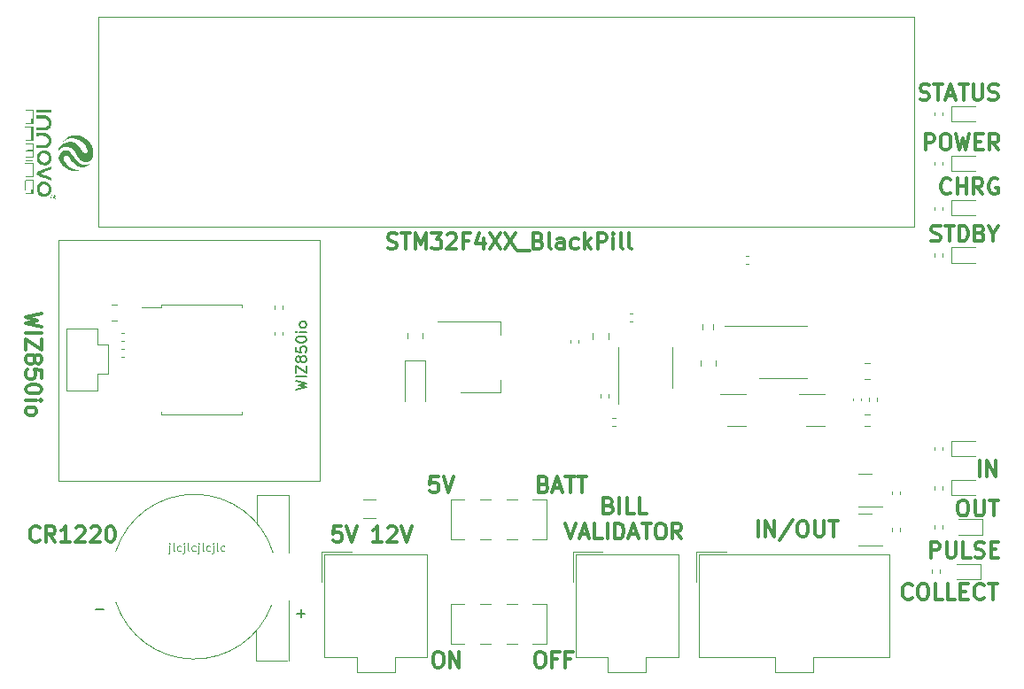
<source format=gbr>
%TF.GenerationSoftware,KiCad,Pcbnew,6.0.8-f2edbf62ab~116~ubuntu20.04.1*%
%TF.CreationDate,2022-10-28T14:46:09-03:00*%
%TF.ProjectId,+puntosV2,2b70756e-746f-4735-9632-2e6b69636164,rev?*%
%TF.SameCoordinates,Original*%
%TF.FileFunction,Legend,Top*%
%TF.FilePolarity,Positive*%
%FSLAX46Y46*%
G04 Gerber Fmt 4.6, Leading zero omitted, Abs format (unit mm)*
G04 Created by KiCad (PCBNEW 6.0.8-f2edbf62ab~116~ubuntu20.04.1) date 2022-10-28 14:46:09*
%MOMM*%
%LPD*%
G01*
G04 APERTURE LIST*
%ADD10C,0.300000*%
%ADD11C,0.100000*%
%ADD12C,0.150000*%
%ADD13C,0.120000*%
G04 APERTURE END LIST*
D10*
X81571428Y-81178571D02*
X80714285Y-81178571D01*
X81142857Y-81178571D02*
X81142857Y-79678571D01*
X81000000Y-79892857D01*
X80857142Y-80035714D01*
X80714285Y-80107142D01*
X82142857Y-79821428D02*
X82214285Y-79750000D01*
X82357142Y-79678571D01*
X82714285Y-79678571D01*
X82857142Y-79750000D01*
X82928571Y-79821428D01*
X83000000Y-79964285D01*
X83000000Y-80107142D01*
X82928571Y-80321428D01*
X82071428Y-81178571D01*
X83000000Y-81178571D01*
X83428571Y-79678571D02*
X83928571Y-81178571D01*
X84428571Y-79678571D01*
X96571428Y-91678571D02*
X96857142Y-91678571D01*
X97000000Y-91750000D01*
X97142857Y-91892857D01*
X97214285Y-92178571D01*
X97214285Y-92678571D01*
X97142857Y-92964285D01*
X97000000Y-93107142D01*
X96857142Y-93178571D01*
X96571428Y-93178571D01*
X96428571Y-93107142D01*
X96285714Y-92964285D01*
X96214285Y-92678571D01*
X96214285Y-92178571D01*
X96285714Y-91892857D01*
X96428571Y-91750000D01*
X96571428Y-91678571D01*
X98357142Y-92392857D02*
X97857142Y-92392857D01*
X97857142Y-93178571D02*
X97857142Y-91678571D01*
X98571428Y-91678571D01*
X99642857Y-92392857D02*
X99142857Y-92392857D01*
X99142857Y-93178571D02*
X99142857Y-91678571D01*
X99857142Y-91678571D01*
X132251785Y-86535714D02*
X132180357Y-86607142D01*
X131966071Y-86678571D01*
X131823214Y-86678571D01*
X131608928Y-86607142D01*
X131466071Y-86464285D01*
X131394642Y-86321428D01*
X131323214Y-86035714D01*
X131323214Y-85821428D01*
X131394642Y-85535714D01*
X131466071Y-85392857D01*
X131608928Y-85250000D01*
X131823214Y-85178571D01*
X131966071Y-85178571D01*
X132180357Y-85250000D01*
X132251785Y-85321428D01*
X133180357Y-85178571D02*
X133466071Y-85178571D01*
X133608928Y-85250000D01*
X133751785Y-85392857D01*
X133823214Y-85678571D01*
X133823214Y-86178571D01*
X133751785Y-86464285D01*
X133608928Y-86607142D01*
X133466071Y-86678571D01*
X133180357Y-86678571D01*
X133037500Y-86607142D01*
X132894642Y-86464285D01*
X132823214Y-86178571D01*
X132823214Y-85678571D01*
X132894642Y-85392857D01*
X133037500Y-85250000D01*
X133180357Y-85178571D01*
X135180357Y-86678571D02*
X134466071Y-86678571D01*
X134466071Y-85178571D01*
X136394642Y-86678571D02*
X135680357Y-86678571D01*
X135680357Y-85178571D01*
X136894642Y-85892857D02*
X137394642Y-85892857D01*
X137608928Y-86678571D02*
X136894642Y-86678571D01*
X136894642Y-85178571D01*
X137608928Y-85178571D01*
X139108928Y-86535714D02*
X139037500Y-86607142D01*
X138823214Y-86678571D01*
X138680357Y-86678571D01*
X138466071Y-86607142D01*
X138323214Y-86464285D01*
X138251785Y-86321428D01*
X138180357Y-86035714D01*
X138180357Y-85821428D01*
X138251785Y-85535714D01*
X138323214Y-85392857D01*
X138466071Y-85250000D01*
X138680357Y-85178571D01*
X138823214Y-85178571D01*
X139037500Y-85250000D01*
X139108928Y-85321428D01*
X139537500Y-85178571D02*
X140394642Y-85178571D01*
X139966071Y-86678571D02*
X139966071Y-85178571D01*
X97071428Y-75642857D02*
X97285714Y-75714285D01*
X97357142Y-75785714D01*
X97428571Y-75928571D01*
X97428571Y-76142857D01*
X97357142Y-76285714D01*
X97285714Y-76357142D01*
X97142857Y-76428571D01*
X96571428Y-76428571D01*
X96571428Y-74928571D01*
X97071428Y-74928571D01*
X97214285Y-75000000D01*
X97285714Y-75071428D01*
X97357142Y-75214285D01*
X97357142Y-75357142D01*
X97285714Y-75500000D01*
X97214285Y-75571428D01*
X97071428Y-75642857D01*
X96571428Y-75642857D01*
X98000000Y-76000000D02*
X98714285Y-76000000D01*
X97857142Y-76428571D02*
X98357142Y-74928571D01*
X98857142Y-76428571D01*
X99142857Y-74928571D02*
X100000000Y-74928571D01*
X99571428Y-76428571D02*
X99571428Y-74928571D01*
X100285714Y-74928571D02*
X101142857Y-74928571D01*
X100714285Y-76428571D02*
X100714285Y-74928571D01*
X86964285Y-74928571D02*
X86250000Y-74928571D01*
X86178571Y-75642857D01*
X86250000Y-75571428D01*
X86392857Y-75500000D01*
X86750000Y-75500000D01*
X86892857Y-75571428D01*
X86964285Y-75642857D01*
X87035714Y-75785714D01*
X87035714Y-76142857D01*
X86964285Y-76285714D01*
X86892857Y-76357142D01*
X86750000Y-76428571D01*
X86392857Y-76428571D01*
X86250000Y-76357142D01*
X86178571Y-76285714D01*
X87464285Y-74928571D02*
X87964285Y-76428571D01*
X88464285Y-74928571D01*
X82142857Y-53107142D02*
X82357142Y-53178571D01*
X82714285Y-53178571D01*
X82857142Y-53107142D01*
X82928571Y-53035714D01*
X83000000Y-52892857D01*
X83000000Y-52750000D01*
X82928571Y-52607142D01*
X82857142Y-52535714D01*
X82714285Y-52464285D01*
X82428571Y-52392857D01*
X82285714Y-52321428D01*
X82214285Y-52250000D01*
X82142857Y-52107142D01*
X82142857Y-51964285D01*
X82214285Y-51821428D01*
X82285714Y-51750000D01*
X82428571Y-51678571D01*
X82785714Y-51678571D01*
X83000000Y-51750000D01*
X83428571Y-51678571D02*
X84285714Y-51678571D01*
X83857142Y-53178571D02*
X83857142Y-51678571D01*
X84785714Y-53178571D02*
X84785714Y-51678571D01*
X85285714Y-52750000D01*
X85785714Y-51678571D01*
X85785714Y-53178571D01*
X86357142Y-51678571D02*
X87285714Y-51678571D01*
X86785714Y-52250000D01*
X87000000Y-52250000D01*
X87142857Y-52321428D01*
X87214285Y-52392857D01*
X87285714Y-52535714D01*
X87285714Y-52892857D01*
X87214285Y-53035714D01*
X87142857Y-53107142D01*
X87000000Y-53178571D01*
X86571428Y-53178571D01*
X86428571Y-53107142D01*
X86357142Y-53035714D01*
X87857142Y-51821428D02*
X87928571Y-51750000D01*
X88071428Y-51678571D01*
X88428571Y-51678571D01*
X88571428Y-51750000D01*
X88642857Y-51821428D01*
X88714285Y-51964285D01*
X88714285Y-52107142D01*
X88642857Y-52321428D01*
X87785714Y-53178571D01*
X88714285Y-53178571D01*
X89857142Y-52392857D02*
X89357142Y-52392857D01*
X89357142Y-53178571D02*
X89357142Y-51678571D01*
X90071428Y-51678571D01*
X91285714Y-52178571D02*
X91285714Y-53178571D01*
X90928571Y-51607142D02*
X90571428Y-52678571D01*
X91500000Y-52678571D01*
X91928571Y-51678571D02*
X92928571Y-53178571D01*
X92928571Y-51678571D02*
X91928571Y-53178571D01*
X93357142Y-51678571D02*
X94357142Y-53178571D01*
X94357142Y-51678571D02*
X93357142Y-53178571D01*
X94571428Y-53321428D02*
X95714285Y-53321428D01*
X96571428Y-52392857D02*
X96785714Y-52464285D01*
X96857142Y-52535714D01*
X96928571Y-52678571D01*
X96928571Y-52892857D01*
X96857142Y-53035714D01*
X96785714Y-53107142D01*
X96642857Y-53178571D01*
X96071428Y-53178571D01*
X96071428Y-51678571D01*
X96571428Y-51678571D01*
X96714285Y-51750000D01*
X96785714Y-51821428D01*
X96857142Y-51964285D01*
X96857142Y-52107142D01*
X96785714Y-52250000D01*
X96714285Y-52321428D01*
X96571428Y-52392857D01*
X96071428Y-52392857D01*
X97785714Y-53178571D02*
X97642857Y-53107142D01*
X97571428Y-52964285D01*
X97571428Y-51678571D01*
X99000000Y-53178571D02*
X99000000Y-52392857D01*
X98928571Y-52250000D01*
X98785714Y-52178571D01*
X98500000Y-52178571D01*
X98357142Y-52250000D01*
X99000000Y-53107142D02*
X98857142Y-53178571D01*
X98500000Y-53178571D01*
X98357142Y-53107142D01*
X98285714Y-52964285D01*
X98285714Y-52821428D01*
X98357142Y-52678571D01*
X98500000Y-52607142D01*
X98857142Y-52607142D01*
X99000000Y-52535714D01*
X100357142Y-53107142D02*
X100214285Y-53178571D01*
X99928571Y-53178571D01*
X99785714Y-53107142D01*
X99714285Y-53035714D01*
X99642857Y-52892857D01*
X99642857Y-52464285D01*
X99714285Y-52321428D01*
X99785714Y-52250000D01*
X99928571Y-52178571D01*
X100214285Y-52178571D01*
X100357142Y-52250000D01*
X101000000Y-53178571D02*
X101000000Y-51678571D01*
X101142857Y-52607142D02*
X101571428Y-53178571D01*
X101571428Y-52178571D02*
X101000000Y-52750000D01*
X102214285Y-53178571D02*
X102214285Y-51678571D01*
X102785714Y-51678571D01*
X102928571Y-51750000D01*
X103000000Y-51821428D01*
X103071428Y-51964285D01*
X103071428Y-52178571D01*
X103000000Y-52321428D01*
X102928571Y-52392857D01*
X102785714Y-52464285D01*
X102214285Y-52464285D01*
X103714285Y-53178571D02*
X103714285Y-52178571D01*
X103714285Y-51678571D02*
X103642857Y-51750000D01*
X103714285Y-51821428D01*
X103785714Y-51750000D01*
X103714285Y-51678571D01*
X103714285Y-51821428D01*
X104642857Y-53178571D02*
X104500000Y-53107142D01*
X104428571Y-52964285D01*
X104428571Y-51678571D01*
X105428571Y-53178571D02*
X105285714Y-53107142D01*
X105214285Y-52964285D01*
X105214285Y-51678571D01*
X138714285Y-74928571D02*
X138714285Y-73428571D01*
X139428571Y-74928571D02*
X139428571Y-73428571D01*
X140285714Y-74928571D01*
X140285714Y-73428571D01*
X117535714Y-80678571D02*
X117535714Y-79178571D01*
X118250000Y-80678571D02*
X118250000Y-79178571D01*
X119107142Y-80678571D01*
X119107142Y-79178571D01*
X120892857Y-79107142D02*
X119607142Y-81035714D01*
X121678571Y-79178571D02*
X121964285Y-79178571D01*
X122107142Y-79250000D01*
X122250000Y-79392857D01*
X122321428Y-79678571D01*
X122321428Y-80178571D01*
X122250000Y-80464285D01*
X122107142Y-80607142D01*
X121964285Y-80678571D01*
X121678571Y-80678571D01*
X121535714Y-80607142D01*
X121392857Y-80464285D01*
X121321428Y-80178571D01*
X121321428Y-79678571D01*
X121392857Y-79392857D01*
X121535714Y-79250000D01*
X121678571Y-79178571D01*
X122964285Y-79178571D02*
X122964285Y-80392857D01*
X123035714Y-80535714D01*
X123107142Y-80607142D01*
X123250000Y-80678571D01*
X123535714Y-80678571D01*
X123678571Y-80607142D01*
X123750000Y-80535714D01*
X123821428Y-80392857D01*
X123821428Y-79178571D01*
X124321428Y-79178571D02*
X125178571Y-79178571D01*
X124750000Y-80678571D02*
X124750000Y-79178571D01*
X77714285Y-79678571D02*
X77000000Y-79678571D01*
X76928571Y-80392857D01*
X77000000Y-80321428D01*
X77142857Y-80250000D01*
X77500000Y-80250000D01*
X77642857Y-80321428D01*
X77714285Y-80392857D01*
X77785714Y-80535714D01*
X77785714Y-80892857D01*
X77714285Y-81035714D01*
X77642857Y-81107142D01*
X77500000Y-81178571D01*
X77142857Y-81178571D01*
X77000000Y-81107142D01*
X76928571Y-81035714D01*
X78214285Y-79678571D02*
X78714285Y-81178571D01*
X79214285Y-79678571D01*
X137000000Y-77178571D02*
X137285714Y-77178571D01*
X137428571Y-77250000D01*
X137571428Y-77392857D01*
X137642857Y-77678571D01*
X137642857Y-78178571D01*
X137571428Y-78464285D01*
X137428571Y-78607142D01*
X137285714Y-78678571D01*
X137000000Y-78678571D01*
X136857142Y-78607142D01*
X136714285Y-78464285D01*
X136642857Y-78178571D01*
X136642857Y-77678571D01*
X136714285Y-77392857D01*
X136857142Y-77250000D01*
X137000000Y-77178571D01*
X138285714Y-77178571D02*
X138285714Y-78392857D01*
X138357142Y-78535714D01*
X138428571Y-78607142D01*
X138571428Y-78678571D01*
X138857142Y-78678571D01*
X139000000Y-78607142D01*
X139071428Y-78535714D01*
X139142857Y-78392857D01*
X139142857Y-77178571D01*
X139642857Y-77178571D02*
X140500000Y-77178571D01*
X140071428Y-78678571D02*
X140071428Y-77178571D01*
X86821428Y-91678571D02*
X87107142Y-91678571D01*
X87250000Y-91750000D01*
X87392857Y-91892857D01*
X87464285Y-92178571D01*
X87464285Y-92678571D01*
X87392857Y-92964285D01*
X87250000Y-93107142D01*
X87107142Y-93178571D01*
X86821428Y-93178571D01*
X86678571Y-93107142D01*
X86535714Y-92964285D01*
X86464285Y-92678571D01*
X86464285Y-92178571D01*
X86535714Y-91892857D01*
X86678571Y-91750000D01*
X86821428Y-91678571D01*
X88107142Y-93178571D02*
X88107142Y-91678571D01*
X88964285Y-93178571D01*
X88964285Y-91678571D01*
X134071428Y-82678571D02*
X134071428Y-81178571D01*
X134642857Y-81178571D01*
X134785714Y-81250000D01*
X134857142Y-81321428D01*
X134928571Y-81464285D01*
X134928571Y-81678571D01*
X134857142Y-81821428D01*
X134785714Y-81892857D01*
X134642857Y-81964285D01*
X134071428Y-81964285D01*
X135571428Y-81178571D02*
X135571428Y-82392857D01*
X135642857Y-82535714D01*
X135714285Y-82607142D01*
X135857142Y-82678571D01*
X136142857Y-82678571D01*
X136285714Y-82607142D01*
X136357142Y-82535714D01*
X136428571Y-82392857D01*
X136428571Y-81178571D01*
X137857142Y-82678571D02*
X137142857Y-82678571D01*
X137142857Y-81178571D01*
X138285714Y-82607142D02*
X138500000Y-82678571D01*
X138857142Y-82678571D01*
X139000000Y-82607142D01*
X139071428Y-82535714D01*
X139142857Y-82392857D01*
X139142857Y-82250000D01*
X139071428Y-82107142D01*
X139000000Y-82035714D01*
X138857142Y-81964285D01*
X138571428Y-81892857D01*
X138428571Y-81821428D01*
X138357142Y-81750000D01*
X138285714Y-81607142D01*
X138285714Y-81464285D01*
X138357142Y-81321428D01*
X138428571Y-81250000D01*
X138571428Y-81178571D01*
X138928571Y-81178571D01*
X139142857Y-81250000D01*
X139785714Y-81892857D02*
X140285714Y-81892857D01*
X140500000Y-82678571D02*
X139785714Y-82678571D01*
X139785714Y-81178571D01*
X140500000Y-81178571D01*
X133035714Y-38857142D02*
X133250000Y-38928571D01*
X133607142Y-38928571D01*
X133750000Y-38857142D01*
X133821428Y-38785714D01*
X133892857Y-38642857D01*
X133892857Y-38500000D01*
X133821428Y-38357142D01*
X133750000Y-38285714D01*
X133607142Y-38214285D01*
X133321428Y-38142857D01*
X133178571Y-38071428D01*
X133107142Y-38000000D01*
X133035714Y-37857142D01*
X133035714Y-37714285D01*
X133107142Y-37571428D01*
X133178571Y-37500000D01*
X133321428Y-37428571D01*
X133678571Y-37428571D01*
X133892857Y-37500000D01*
X134321428Y-37428571D02*
X135178571Y-37428571D01*
X134750000Y-38928571D02*
X134750000Y-37428571D01*
X135607142Y-38500000D02*
X136321428Y-38500000D01*
X135464285Y-38928571D02*
X135964285Y-37428571D01*
X136464285Y-38928571D01*
X136750000Y-37428571D02*
X137607142Y-37428571D01*
X137178571Y-38928571D02*
X137178571Y-37428571D01*
X138107142Y-37428571D02*
X138107142Y-38642857D01*
X138178571Y-38785714D01*
X138250000Y-38857142D01*
X138392857Y-38928571D01*
X138678571Y-38928571D01*
X138821428Y-38857142D01*
X138892857Y-38785714D01*
X138964285Y-38642857D01*
X138964285Y-37428571D01*
X139607142Y-38857142D02*
X139821428Y-38928571D01*
X140178571Y-38928571D01*
X140321428Y-38857142D01*
X140392857Y-38785714D01*
X140464285Y-38642857D01*
X140464285Y-38500000D01*
X140392857Y-38357142D01*
X140321428Y-38285714D01*
X140178571Y-38214285D01*
X139892857Y-38142857D01*
X139750000Y-38071428D01*
X139678571Y-38000000D01*
X139607142Y-37857142D01*
X139607142Y-37714285D01*
X139678571Y-37571428D01*
X139750000Y-37500000D01*
X139892857Y-37428571D01*
X140250000Y-37428571D01*
X140464285Y-37500000D01*
X48857142Y-81035714D02*
X48785714Y-81107142D01*
X48571428Y-81178571D01*
X48428571Y-81178571D01*
X48214285Y-81107142D01*
X48071428Y-80964285D01*
X48000000Y-80821428D01*
X47928571Y-80535714D01*
X47928571Y-80321428D01*
X48000000Y-80035714D01*
X48071428Y-79892857D01*
X48214285Y-79750000D01*
X48428571Y-79678571D01*
X48571428Y-79678571D01*
X48785714Y-79750000D01*
X48857142Y-79821428D01*
X50357142Y-81178571D02*
X49857142Y-80464285D01*
X49500000Y-81178571D02*
X49500000Y-79678571D01*
X50071428Y-79678571D01*
X50214285Y-79750000D01*
X50285714Y-79821428D01*
X50357142Y-79964285D01*
X50357142Y-80178571D01*
X50285714Y-80321428D01*
X50214285Y-80392857D01*
X50071428Y-80464285D01*
X49500000Y-80464285D01*
X51785714Y-81178571D02*
X50928571Y-81178571D01*
X51357142Y-81178571D02*
X51357142Y-79678571D01*
X51214285Y-79892857D01*
X51071428Y-80035714D01*
X50928571Y-80107142D01*
X52357142Y-79821428D02*
X52428571Y-79750000D01*
X52571428Y-79678571D01*
X52928571Y-79678571D01*
X53071428Y-79750000D01*
X53142857Y-79821428D01*
X53214285Y-79964285D01*
X53214285Y-80107142D01*
X53142857Y-80321428D01*
X52285714Y-81178571D01*
X53214285Y-81178571D01*
X53785714Y-79821428D02*
X53857142Y-79750000D01*
X54000000Y-79678571D01*
X54357142Y-79678571D01*
X54500000Y-79750000D01*
X54571428Y-79821428D01*
X54642857Y-79964285D01*
X54642857Y-80107142D01*
X54571428Y-80321428D01*
X53714285Y-81178571D01*
X54642857Y-81178571D01*
X55571428Y-79678571D02*
X55714285Y-79678571D01*
X55857142Y-79750000D01*
X55928571Y-79821428D01*
X56000000Y-79964285D01*
X56071428Y-80250000D01*
X56071428Y-80607142D01*
X56000000Y-80892857D01*
X55928571Y-81035714D01*
X55857142Y-81107142D01*
X55714285Y-81178571D01*
X55571428Y-81178571D01*
X55428571Y-81107142D01*
X55357142Y-81035714D01*
X55285714Y-80892857D01*
X55214285Y-80607142D01*
X55214285Y-80250000D01*
X55285714Y-79964285D01*
X55357142Y-79821428D01*
X55428571Y-79750000D01*
X55571428Y-79678571D01*
X49071428Y-59357142D02*
X47571428Y-59714285D01*
X48642857Y-60000000D01*
X47571428Y-60285714D01*
X49071428Y-60642857D01*
X47571428Y-61214285D02*
X49071428Y-61214285D01*
X49071428Y-61785714D02*
X49071428Y-62785714D01*
X47571428Y-61785714D01*
X47571428Y-62785714D01*
X48428571Y-63571428D02*
X48500000Y-63428571D01*
X48571428Y-63357142D01*
X48714285Y-63285714D01*
X48785714Y-63285714D01*
X48928571Y-63357142D01*
X49000000Y-63428571D01*
X49071428Y-63571428D01*
X49071428Y-63857142D01*
X49000000Y-64000000D01*
X48928571Y-64071428D01*
X48785714Y-64142857D01*
X48714285Y-64142857D01*
X48571428Y-64071428D01*
X48500000Y-64000000D01*
X48428571Y-63857142D01*
X48428571Y-63571428D01*
X48357142Y-63428571D01*
X48285714Y-63357142D01*
X48142857Y-63285714D01*
X47857142Y-63285714D01*
X47714285Y-63357142D01*
X47642857Y-63428571D01*
X47571428Y-63571428D01*
X47571428Y-63857142D01*
X47642857Y-64000000D01*
X47714285Y-64071428D01*
X47857142Y-64142857D01*
X48142857Y-64142857D01*
X48285714Y-64071428D01*
X48357142Y-64000000D01*
X48428571Y-63857142D01*
X49071428Y-65500000D02*
X49071428Y-64785714D01*
X48357142Y-64714285D01*
X48428571Y-64785714D01*
X48500000Y-64928571D01*
X48500000Y-65285714D01*
X48428571Y-65428571D01*
X48357142Y-65500000D01*
X48214285Y-65571428D01*
X47857142Y-65571428D01*
X47714285Y-65500000D01*
X47642857Y-65428571D01*
X47571428Y-65285714D01*
X47571428Y-64928571D01*
X47642857Y-64785714D01*
X47714285Y-64714285D01*
X49071428Y-66500000D02*
X49071428Y-66642857D01*
X49000000Y-66785714D01*
X48928571Y-66857142D01*
X48785714Y-66928571D01*
X48500000Y-67000000D01*
X48142857Y-67000000D01*
X47857142Y-66928571D01*
X47714285Y-66857142D01*
X47642857Y-66785714D01*
X47571428Y-66642857D01*
X47571428Y-66500000D01*
X47642857Y-66357142D01*
X47714285Y-66285714D01*
X47857142Y-66214285D01*
X48142857Y-66142857D01*
X48500000Y-66142857D01*
X48785714Y-66214285D01*
X48928571Y-66285714D01*
X49000000Y-66357142D01*
X49071428Y-66500000D01*
X47571428Y-67642857D02*
X48571428Y-67642857D01*
X49071428Y-67642857D02*
X49000000Y-67571428D01*
X48928571Y-67642857D01*
X49000000Y-67714285D01*
X49071428Y-67642857D01*
X48928571Y-67642857D01*
X47571428Y-68571428D02*
X47642857Y-68428571D01*
X47714285Y-68357142D01*
X47857142Y-68285714D01*
X48285714Y-68285714D01*
X48428571Y-68357142D01*
X48500000Y-68428571D01*
X48571428Y-68571428D01*
X48571428Y-68785714D01*
X48500000Y-68928571D01*
X48428571Y-69000000D01*
X48285714Y-69071428D01*
X47857142Y-69071428D01*
X47714285Y-69000000D01*
X47642857Y-68928571D01*
X47571428Y-68785714D01*
X47571428Y-68571428D01*
X133535714Y-43678571D02*
X133535714Y-42178571D01*
X134107142Y-42178571D01*
X134250000Y-42250000D01*
X134321428Y-42321428D01*
X134392857Y-42464285D01*
X134392857Y-42678571D01*
X134321428Y-42821428D01*
X134250000Y-42892857D01*
X134107142Y-42964285D01*
X133535714Y-42964285D01*
X135321428Y-42178571D02*
X135607142Y-42178571D01*
X135750000Y-42250000D01*
X135892857Y-42392857D01*
X135964285Y-42678571D01*
X135964285Y-43178571D01*
X135892857Y-43464285D01*
X135750000Y-43607142D01*
X135607142Y-43678571D01*
X135321428Y-43678571D01*
X135178571Y-43607142D01*
X135035714Y-43464285D01*
X134964285Y-43178571D01*
X134964285Y-42678571D01*
X135035714Y-42392857D01*
X135178571Y-42250000D01*
X135321428Y-42178571D01*
X136464285Y-42178571D02*
X136821428Y-43678571D01*
X137107142Y-42607142D01*
X137392857Y-43678571D01*
X137750000Y-42178571D01*
X138321428Y-42892857D02*
X138821428Y-42892857D01*
X139035714Y-43678571D02*
X138321428Y-43678571D01*
X138321428Y-42178571D01*
X139035714Y-42178571D01*
X140535714Y-43678571D02*
X140035714Y-42964285D01*
X139678571Y-43678571D02*
X139678571Y-42178571D01*
X140250000Y-42178571D01*
X140392857Y-42250000D01*
X140464285Y-42321428D01*
X140535714Y-42464285D01*
X140535714Y-42678571D01*
X140464285Y-42821428D01*
X140392857Y-42892857D01*
X140250000Y-42964285D01*
X139678571Y-42964285D01*
X103285714Y-77685357D02*
X103500000Y-77756785D01*
X103571428Y-77828214D01*
X103642857Y-77971071D01*
X103642857Y-78185357D01*
X103571428Y-78328214D01*
X103500000Y-78399642D01*
X103357142Y-78471071D01*
X102785714Y-78471071D01*
X102785714Y-76971071D01*
X103285714Y-76971071D01*
X103428571Y-77042500D01*
X103500000Y-77113928D01*
X103571428Y-77256785D01*
X103571428Y-77399642D01*
X103500000Y-77542500D01*
X103428571Y-77613928D01*
X103285714Y-77685357D01*
X102785714Y-77685357D01*
X104285714Y-78471071D02*
X104285714Y-76971071D01*
X105714285Y-78471071D02*
X105000000Y-78471071D01*
X105000000Y-76971071D01*
X106928571Y-78471071D02*
X106214285Y-78471071D01*
X106214285Y-76971071D01*
X99142857Y-79386071D02*
X99642857Y-80886071D01*
X100142857Y-79386071D01*
X100571428Y-80457500D02*
X101285714Y-80457500D01*
X100428571Y-80886071D02*
X100928571Y-79386071D01*
X101428571Y-80886071D01*
X102642857Y-80886071D02*
X101928571Y-80886071D01*
X101928571Y-79386071D01*
X103142857Y-80886071D02*
X103142857Y-79386071D01*
X103857142Y-80886071D02*
X103857142Y-79386071D01*
X104214285Y-79386071D01*
X104428571Y-79457500D01*
X104571428Y-79600357D01*
X104642857Y-79743214D01*
X104714285Y-80028928D01*
X104714285Y-80243214D01*
X104642857Y-80528928D01*
X104571428Y-80671785D01*
X104428571Y-80814642D01*
X104214285Y-80886071D01*
X103857142Y-80886071D01*
X105285714Y-80457500D02*
X106000000Y-80457500D01*
X105142857Y-80886071D02*
X105642857Y-79386071D01*
X106142857Y-80886071D01*
X106428571Y-79386071D02*
X107285714Y-79386071D01*
X106857142Y-80886071D02*
X106857142Y-79386071D01*
X108071428Y-79386071D02*
X108357142Y-79386071D01*
X108500000Y-79457500D01*
X108642857Y-79600357D01*
X108714285Y-79886071D01*
X108714285Y-80386071D01*
X108642857Y-80671785D01*
X108500000Y-80814642D01*
X108357142Y-80886071D01*
X108071428Y-80886071D01*
X107928571Y-80814642D01*
X107785714Y-80671785D01*
X107714285Y-80386071D01*
X107714285Y-79886071D01*
X107785714Y-79600357D01*
X107928571Y-79457500D01*
X108071428Y-79386071D01*
X110214285Y-80886071D02*
X109714285Y-80171785D01*
X109357142Y-80886071D02*
X109357142Y-79386071D01*
X109928571Y-79386071D01*
X110071428Y-79457500D01*
X110142857Y-79528928D01*
X110214285Y-79671785D01*
X110214285Y-79886071D01*
X110142857Y-80028928D01*
X110071428Y-80100357D01*
X109928571Y-80171785D01*
X109357142Y-80171785D01*
D11*
X61292857Y-81539285D02*
X61292857Y-82182142D01*
X61257142Y-82253571D01*
X61185714Y-82289285D01*
X61150000Y-82289285D01*
X61292857Y-81289285D02*
X61257142Y-81325000D01*
X61292857Y-81360714D01*
X61328571Y-81325000D01*
X61292857Y-81289285D01*
X61292857Y-81360714D01*
X61757142Y-82039285D02*
X61685714Y-82003571D01*
X61650000Y-81932142D01*
X61650000Y-81289285D01*
X62364285Y-82003571D02*
X62292857Y-82039285D01*
X62150000Y-82039285D01*
X62078571Y-82003571D01*
X62042857Y-81967857D01*
X62007142Y-81896428D01*
X62007142Y-81682142D01*
X62042857Y-81610714D01*
X62078571Y-81575000D01*
X62150000Y-81539285D01*
X62292857Y-81539285D01*
X62364285Y-81575000D01*
X62685714Y-81539285D02*
X62685714Y-82182142D01*
X62650000Y-82253571D01*
X62578571Y-82289285D01*
X62542857Y-82289285D01*
X62685714Y-81289285D02*
X62650000Y-81325000D01*
X62685714Y-81360714D01*
X62721428Y-81325000D01*
X62685714Y-81289285D01*
X62685714Y-81360714D01*
X63150000Y-82039285D02*
X63078571Y-82003571D01*
X63042857Y-81932142D01*
X63042857Y-81289285D01*
X63757142Y-82003571D02*
X63685714Y-82039285D01*
X63542857Y-82039285D01*
X63471428Y-82003571D01*
X63435714Y-81967857D01*
X63400000Y-81896428D01*
X63400000Y-81682142D01*
X63435714Y-81610714D01*
X63471428Y-81575000D01*
X63542857Y-81539285D01*
X63685714Y-81539285D01*
X63757142Y-81575000D01*
X64078571Y-81539285D02*
X64078571Y-82182142D01*
X64042857Y-82253571D01*
X63971428Y-82289285D01*
X63935714Y-82289285D01*
X64078571Y-81289285D02*
X64042857Y-81325000D01*
X64078571Y-81360714D01*
X64114285Y-81325000D01*
X64078571Y-81289285D01*
X64078571Y-81360714D01*
X64542857Y-82039285D02*
X64471428Y-82003571D01*
X64435714Y-81932142D01*
X64435714Y-81289285D01*
X65150000Y-82003571D02*
X65078571Y-82039285D01*
X64935714Y-82039285D01*
X64864285Y-82003571D01*
X64828571Y-81967857D01*
X64792857Y-81896428D01*
X64792857Y-81682142D01*
X64828571Y-81610714D01*
X64864285Y-81575000D01*
X64935714Y-81539285D01*
X65078571Y-81539285D01*
X65150000Y-81575000D01*
X65471428Y-81539285D02*
X65471428Y-82182142D01*
X65435714Y-82253571D01*
X65364285Y-82289285D01*
X65328571Y-82289285D01*
X65471428Y-81289285D02*
X65435714Y-81325000D01*
X65471428Y-81360714D01*
X65507142Y-81325000D01*
X65471428Y-81289285D01*
X65471428Y-81360714D01*
X65935714Y-82039285D02*
X65864285Y-82003571D01*
X65828571Y-81932142D01*
X65828571Y-81289285D01*
X66542857Y-82003571D02*
X66471428Y-82039285D01*
X66328571Y-82039285D01*
X66257142Y-82003571D01*
X66221428Y-81967857D01*
X66185714Y-81896428D01*
X66185714Y-81682142D01*
X66221428Y-81610714D01*
X66257142Y-81575000D01*
X66328571Y-81539285D01*
X66471428Y-81539285D01*
X66542857Y-81575000D01*
D10*
X134107142Y-52357142D02*
X134321428Y-52428571D01*
X134678571Y-52428571D01*
X134821428Y-52357142D01*
X134892857Y-52285714D01*
X134964285Y-52142857D01*
X134964285Y-52000000D01*
X134892857Y-51857142D01*
X134821428Y-51785714D01*
X134678571Y-51714285D01*
X134392857Y-51642857D01*
X134250000Y-51571428D01*
X134178571Y-51500000D01*
X134107142Y-51357142D01*
X134107142Y-51214285D01*
X134178571Y-51071428D01*
X134250000Y-51000000D01*
X134392857Y-50928571D01*
X134750000Y-50928571D01*
X134964285Y-51000000D01*
X135392857Y-50928571D02*
X136250000Y-50928571D01*
X135821428Y-52428571D02*
X135821428Y-50928571D01*
X136750000Y-52428571D02*
X136750000Y-50928571D01*
X137107142Y-50928571D01*
X137321428Y-51000000D01*
X137464285Y-51142857D01*
X137535714Y-51285714D01*
X137607142Y-51571428D01*
X137607142Y-51785714D01*
X137535714Y-52071428D01*
X137464285Y-52214285D01*
X137321428Y-52357142D01*
X137107142Y-52428571D01*
X136750000Y-52428571D01*
X138750000Y-51642857D02*
X138964285Y-51714285D01*
X139035714Y-51785714D01*
X139107142Y-51928571D01*
X139107142Y-52142857D01*
X139035714Y-52285714D01*
X138964285Y-52357142D01*
X138821428Y-52428571D01*
X138250000Y-52428571D01*
X138250000Y-50928571D01*
X138750000Y-50928571D01*
X138892857Y-51000000D01*
X138964285Y-51071428D01*
X139035714Y-51214285D01*
X139035714Y-51357142D01*
X138964285Y-51500000D01*
X138892857Y-51571428D01*
X138750000Y-51642857D01*
X138250000Y-51642857D01*
X140035714Y-51714285D02*
X140035714Y-52428571D01*
X139535714Y-50928571D02*
X140035714Y-51714285D01*
X140535714Y-50928571D01*
X135928571Y-47785714D02*
X135857142Y-47857142D01*
X135642857Y-47928571D01*
X135500000Y-47928571D01*
X135285714Y-47857142D01*
X135142857Y-47714285D01*
X135071428Y-47571428D01*
X135000000Y-47285714D01*
X135000000Y-47071428D01*
X135071428Y-46785714D01*
X135142857Y-46642857D01*
X135285714Y-46500000D01*
X135500000Y-46428571D01*
X135642857Y-46428571D01*
X135857142Y-46500000D01*
X135928571Y-46571428D01*
X136571428Y-47928571D02*
X136571428Y-46428571D01*
X136571428Y-47142857D02*
X137428571Y-47142857D01*
X137428571Y-47928571D02*
X137428571Y-46428571D01*
X139000000Y-47928571D02*
X138500000Y-47214285D01*
X138142857Y-47928571D02*
X138142857Y-46428571D01*
X138714285Y-46428571D01*
X138857142Y-46500000D01*
X138928571Y-46571428D01*
X139000000Y-46714285D01*
X139000000Y-46928571D01*
X138928571Y-47071428D01*
X138857142Y-47142857D01*
X138714285Y-47214285D01*
X138142857Y-47214285D01*
X140428571Y-46500000D02*
X140285714Y-46428571D01*
X140071428Y-46428571D01*
X139857142Y-46500000D01*
X139714285Y-46642857D01*
X139642857Y-46785714D01*
X139571428Y-47071428D01*
X139571428Y-47285714D01*
X139642857Y-47571428D01*
X139714285Y-47714285D01*
X139857142Y-47857142D01*
X140071428Y-47928571D01*
X140214285Y-47928571D01*
X140428571Y-47857142D01*
X140500000Y-47785714D01*
X140500000Y-47285714D01*
X140214285Y-47285714D01*
D12*
%TO.C,BT801*%
X74230952Y-88028571D02*
X73469047Y-88028571D01*
X73850000Y-87647619D02*
X73850000Y-88409523D01*
X55030952Y-87628571D02*
X54269047Y-87628571D01*
%TO.C,U501*%
X73372380Y-66621904D02*
X74372380Y-66383809D01*
X73658095Y-66193333D01*
X74372380Y-66002857D01*
X73372380Y-65764761D01*
X74372380Y-65383809D02*
X73372380Y-65383809D01*
X73372380Y-65002857D02*
X73372380Y-64336190D01*
X74372380Y-65002857D01*
X74372380Y-64336190D01*
X73800952Y-63812380D02*
X73753333Y-63907619D01*
X73705714Y-63955238D01*
X73610476Y-64002857D01*
X73562857Y-64002857D01*
X73467619Y-63955238D01*
X73420000Y-63907619D01*
X73372380Y-63812380D01*
X73372380Y-63621904D01*
X73420000Y-63526666D01*
X73467619Y-63479047D01*
X73562857Y-63431428D01*
X73610476Y-63431428D01*
X73705714Y-63479047D01*
X73753333Y-63526666D01*
X73800952Y-63621904D01*
X73800952Y-63812380D01*
X73848571Y-63907619D01*
X73896190Y-63955238D01*
X73991428Y-64002857D01*
X74181904Y-64002857D01*
X74277142Y-63955238D01*
X74324761Y-63907619D01*
X74372380Y-63812380D01*
X74372380Y-63621904D01*
X74324761Y-63526666D01*
X74277142Y-63479047D01*
X74181904Y-63431428D01*
X73991428Y-63431428D01*
X73896190Y-63479047D01*
X73848571Y-63526666D01*
X73800952Y-63621904D01*
X73372380Y-62526666D02*
X73372380Y-63002857D01*
X73848571Y-63050476D01*
X73800952Y-63002857D01*
X73753333Y-62907619D01*
X73753333Y-62669523D01*
X73800952Y-62574285D01*
X73848571Y-62526666D01*
X73943809Y-62479047D01*
X74181904Y-62479047D01*
X74277142Y-62526666D01*
X74324761Y-62574285D01*
X74372380Y-62669523D01*
X74372380Y-62907619D01*
X74324761Y-63002857D01*
X74277142Y-63050476D01*
X73372380Y-61860000D02*
X73372380Y-61764761D01*
X73420000Y-61669523D01*
X73467619Y-61621904D01*
X73562857Y-61574285D01*
X73753333Y-61526666D01*
X73991428Y-61526666D01*
X74181904Y-61574285D01*
X74277142Y-61621904D01*
X74324761Y-61669523D01*
X74372380Y-61764761D01*
X74372380Y-61860000D01*
X74324761Y-61955238D01*
X74277142Y-62002857D01*
X74181904Y-62050476D01*
X73991428Y-62098095D01*
X73753333Y-62098095D01*
X73562857Y-62050476D01*
X73467619Y-62002857D01*
X73420000Y-61955238D01*
X73372380Y-61860000D01*
X74372380Y-61098095D02*
X73705714Y-61098095D01*
X73372380Y-61098095D02*
X73420000Y-61145714D01*
X73467619Y-61098095D01*
X73420000Y-61050476D01*
X73372380Y-61098095D01*
X73467619Y-61098095D01*
X74372380Y-60479047D02*
X74324761Y-60574285D01*
X74277142Y-60621904D01*
X74181904Y-60669523D01*
X73896190Y-60669523D01*
X73800952Y-60621904D01*
X73753333Y-60574285D01*
X73705714Y-60479047D01*
X73705714Y-60336190D01*
X73753333Y-60240952D01*
X73800952Y-60193333D01*
X73896190Y-60145714D01*
X74181904Y-60145714D01*
X74277142Y-60193333D01*
X74324761Y-60240952D01*
X74372380Y-60336190D01*
X74372380Y-60479047D01*
D13*
%TO.C,D901*%
X136015000Y-75265000D02*
X136015000Y-76735000D01*
X138300000Y-75265000D02*
X136015000Y-75265000D01*
X136015000Y-76735000D02*
X138300000Y-76735000D01*
%TO.C,C203*%
X128261252Y-65595000D02*
X127738748Y-65595000D01*
X128261252Y-64125000D02*
X127738748Y-64125000D01*
%TO.C,R906*%
X131130000Y-80153641D02*
X131130000Y-79846359D01*
X130370000Y-80153641D02*
X130370000Y-79846359D01*
%TO.C,R902*%
X135130000Y-72403641D02*
X135130000Y-72096359D01*
X134370000Y-72403641D02*
X134370000Y-72096359D01*
%TO.C,Q902*%
X127750000Y-78440000D02*
X128400000Y-78440000D01*
X127750000Y-81560000D02*
X127100000Y-81560000D01*
X127750000Y-78440000D02*
X127100000Y-78440000D01*
X127750000Y-81560000D02*
X129425000Y-81560000D01*
%TO.C,C302*%
X85493000Y-61688252D02*
X85493000Y-61165748D01*
X84023000Y-61688252D02*
X84023000Y-61165748D01*
%TO.C,SW102*%
X91990000Y-77090000D02*
X91010000Y-77090000D01*
X97360000Y-80910000D02*
X96010000Y-80910000D01*
X89490000Y-77090000D02*
X88140000Y-77090000D01*
X97360000Y-77090000D02*
X97360000Y-80910000D01*
X91990000Y-80910000D02*
X91010000Y-80910000D01*
X97360000Y-77090000D02*
X96010000Y-77090000D01*
X94490000Y-77090000D02*
X93510000Y-77090000D01*
X94490000Y-80910000D02*
X93510000Y-80910000D01*
X88140000Y-80910000D02*
X89490000Y-80910000D01*
X88140000Y-77090000D02*
X88140000Y-80910000D01*
%TO.C,J101*%
X76090000Y-82390000D02*
X76090000Y-92210000D01*
X79190000Y-93610000D02*
X81000000Y-93610000D01*
X85910000Y-82390000D02*
X85910000Y-92210000D01*
X76090000Y-92210000D02*
X79190000Y-92210000D01*
X78700000Y-82150000D02*
X75850000Y-82150000D01*
X81000000Y-82390000D02*
X85910000Y-82390000D01*
X82810000Y-93610000D02*
X81000000Y-93610000D01*
X79190000Y-92210000D02*
X79190000Y-93610000D01*
X82810000Y-92210000D02*
X82810000Y-93610000D01*
X81000000Y-82390000D02*
X76090000Y-82390000D01*
X85910000Y-92210000D02*
X82810000Y-92210000D01*
X75850000Y-82150000D02*
X75850000Y-85000000D01*
%TO.C,D201*%
X138300000Y-48515000D02*
X136015000Y-48515000D01*
X136015000Y-48515000D02*
X136015000Y-49985000D01*
X136015000Y-49985000D02*
X138300000Y-49985000D01*
%TO.C,R401*%
X103596359Y-70130000D02*
X103903641Y-70130000D01*
X103596359Y-69370000D02*
X103903641Y-69370000D01*
%TO.C,R901*%
X134407500Y-75846359D02*
X134407500Y-76153641D01*
X135167500Y-75846359D02*
X135167500Y-76153641D01*
%TO.C,R601*%
X116653641Y-53870000D02*
X116346359Y-53870000D01*
X116653641Y-54630000D02*
X116346359Y-54630000D01*
%TO.C,R802*%
X56953641Y-62720000D02*
X56646359Y-62720000D01*
X56953641Y-63480000D02*
X56646359Y-63480000D01*
%TO.C,R701*%
X100380000Y-61846359D02*
X100380000Y-62153641D01*
X99620000Y-61846359D02*
X99620000Y-62153641D01*
%TO.C,D301*%
X136015000Y-45735000D02*
X138300000Y-45735000D01*
X138300000Y-44265000D02*
X136015000Y-44265000D01*
X136015000Y-44265000D02*
X136015000Y-45735000D01*
%TO.C,C801*%
X56261252Y-59985000D02*
X55738748Y-59985000D01*
X56261252Y-58515000D02*
X55738748Y-58515000D01*
%TO.C,R202*%
X128237258Y-70072500D02*
X127762742Y-70072500D01*
X128237258Y-69027500D02*
X127762742Y-69027500D01*
%TO.C,U201*%
X119890000Y-60485000D02*
X114315000Y-60485000D01*
X119890000Y-65515000D02*
X122175000Y-65515000D01*
X119890000Y-60485000D02*
X122175000Y-60485000D01*
X119890000Y-65515000D02*
X117605000Y-65515000D01*
%TO.C,J601*%
X109910000Y-92210000D02*
X106810000Y-92210000D01*
X100090000Y-92210000D02*
X103190000Y-92210000D01*
X106810000Y-93610000D02*
X105000000Y-93610000D01*
X103190000Y-92210000D02*
X103190000Y-93610000D01*
X105000000Y-82390000D02*
X100090000Y-82390000D01*
X99850000Y-82150000D02*
X99850000Y-85000000D01*
X106810000Y-92210000D02*
X106810000Y-93610000D01*
X100090000Y-82390000D02*
X100090000Y-92210000D01*
X105000000Y-82390000D02*
X109910000Y-82390000D01*
X103190000Y-93610000D02*
X105000000Y-93610000D01*
X102700000Y-82150000D02*
X99850000Y-82150000D01*
X109910000Y-82390000D02*
X109910000Y-92210000D01*
%TO.C,D902*%
X136015000Y-72985000D02*
X138300000Y-72985000D01*
X138300000Y-71515000D02*
X136015000Y-71515000D01*
X136015000Y-71515000D02*
X136015000Y-72985000D01*
%TO.C,SW101*%
X94490000Y-90910000D02*
X93510000Y-90910000D01*
X91990000Y-87090000D02*
X91010000Y-87090000D01*
X91990000Y-90910000D02*
X91010000Y-90910000D01*
X97360000Y-87090000D02*
X97360000Y-90910000D01*
X89490000Y-87090000D02*
X88140000Y-87090000D01*
X88140000Y-90910000D02*
X89490000Y-90910000D01*
X94490000Y-87090000D02*
X93510000Y-87090000D01*
X97360000Y-90910000D02*
X96010000Y-90910000D01*
X97360000Y-87090000D02*
X96010000Y-87090000D01*
X88140000Y-87090000D02*
X88140000Y-90910000D01*
%TO.C,U801*%
X64313600Y-69002800D02*
X60453600Y-69002800D01*
X60453600Y-69002800D02*
X60453600Y-68747800D01*
X64313600Y-58482800D02*
X60453600Y-58482800D01*
X64313600Y-58482800D02*
X68173600Y-58482800D01*
X60453600Y-58482800D02*
X60453600Y-58737800D01*
X60453600Y-58737800D02*
X58638600Y-58737800D01*
X68173600Y-69002800D02*
X68173600Y-68747800D01*
X64313600Y-69002800D02*
X68173600Y-69002800D01*
X68173600Y-58482800D02*
X68173600Y-58737800D01*
%TO.C,R903*%
X134370000Y-79606359D02*
X134370000Y-79913641D01*
X135130000Y-79606359D02*
X135130000Y-79913641D01*
%TO.C,D401*%
X138300000Y-39515000D02*
X136015000Y-39515000D01*
X136015000Y-39515000D02*
X136015000Y-40985000D01*
X136015000Y-40985000D02*
X138300000Y-40985000D01*
%TO.C,G\u002A\u002A\u002A*%
G36*
X48284890Y-44436855D02*
G01*
X47894841Y-44436855D01*
X47729044Y-44435694D01*
X47616383Y-44431488D01*
X47547619Y-44423153D01*
X47513511Y-44409603D01*
X47504791Y-44391071D01*
X47516063Y-44370317D01*
X47556162Y-44355746D01*
X47634514Y-44345895D01*
X47760544Y-44339295D01*
X47855836Y-44336464D01*
X48206880Y-44327641D01*
X48225006Y-43812777D01*
X47868237Y-43812777D01*
X47707432Y-43811204D01*
X47599154Y-43805686D01*
X47533579Y-43795019D01*
X47500886Y-43778001D01*
X47493883Y-43766949D01*
X47495260Y-43746893D01*
X47523508Y-43732790D01*
X47587738Y-43723210D01*
X47697061Y-43716722D01*
X47841589Y-43712342D01*
X48206880Y-43703563D01*
X48224882Y-43159495D01*
X47859582Y-43150694D01*
X47684088Y-43143968D01*
X47565843Y-43133283D01*
X47499775Y-43117996D01*
X47481334Y-43102887D01*
X47490582Y-43086234D01*
X47536083Y-43074741D01*
X47625081Y-43067694D01*
X47764821Y-43064378D01*
X47876638Y-43063882D01*
X48284890Y-43063882D01*
X48284890Y-44436855D01*
G37*
G36*
X48060068Y-44656388D02*
G01*
X48172301Y-44660453D01*
X48240925Y-44668605D01*
X48275325Y-44681971D01*
X48284887Y-44701675D01*
X48284890Y-44702089D01*
X48275683Y-44721916D01*
X48241804Y-44735384D01*
X48173869Y-44743619D01*
X48062491Y-44747747D01*
X47898284Y-44748894D01*
X47894841Y-44748895D01*
X47729613Y-44747790D01*
X47617380Y-44743724D01*
X47548756Y-44735572D01*
X47514356Y-44722207D01*
X47504794Y-44702502D01*
X47504791Y-44702089D01*
X47513998Y-44682261D01*
X47547877Y-44668793D01*
X47615812Y-44660559D01*
X47727190Y-44656431D01*
X47891397Y-44655283D01*
X47894841Y-44655283D01*
X48060068Y-44656388D01*
G37*
G36*
X48901167Y-42065537D02*
G01*
X49172059Y-42073500D01*
X49390753Y-42099010D01*
X49565733Y-42145030D01*
X49705481Y-42214525D01*
X49818481Y-42310459D01*
X49899427Y-42414388D01*
X49943515Y-42488259D01*
X49969447Y-42558353D01*
X49981873Y-42645436D01*
X49985443Y-42770274D01*
X49985504Y-42798817D01*
X49983005Y-42933202D01*
X49972087Y-43027587D01*
X49947620Y-43104294D01*
X49904473Y-43185644D01*
X49891740Y-43206747D01*
X49802986Y-43324719D01*
X49691648Y-43411512D01*
X49628713Y-43446130D01*
X49557154Y-43480615D01*
X49493014Y-43504378D01*
X49422390Y-43519405D01*
X49331377Y-43527683D01*
X49206069Y-43531199D01*
X49032562Y-43531941D01*
X48596929Y-43531941D01*
X48596929Y-43251106D01*
X49010381Y-43250989D01*
X49185611Y-43249742D01*
X49310989Y-43245123D01*
X49399044Y-43235642D01*
X49462303Y-43219810D01*
X49513294Y-43196138D01*
X49523731Y-43189961D01*
X49637797Y-43087867D01*
X49705143Y-42958304D01*
X49726164Y-42814726D01*
X49701254Y-42670590D01*
X49630810Y-42539353D01*
X49515226Y-42434469D01*
X49501301Y-42426007D01*
X49447701Y-42399312D01*
X49386415Y-42381409D01*
X49304265Y-42370697D01*
X49188071Y-42365573D01*
X49024657Y-42364437D01*
X48995341Y-42364511D01*
X48596929Y-42365827D01*
X48596929Y-42065356D01*
X48901167Y-42065537D01*
G37*
G36*
X50338525Y-48220332D02*
G01*
X50329187Y-48280528D01*
X50304908Y-48311176D01*
X50248543Y-48323301D01*
X50172728Y-48326945D01*
X50087291Y-48327651D01*
X50058960Y-48321183D01*
X50082710Y-48306231D01*
X50086917Y-48304547D01*
X50142530Y-48259410D01*
X50155581Y-48220332D01*
X50225164Y-48220332D01*
X50244753Y-48275207D01*
X50266339Y-48290541D01*
X50294497Y-48264001D01*
X50307515Y-48220332D01*
X50299950Y-48163115D01*
X50266339Y-48150123D01*
X50227717Y-48171662D01*
X50225164Y-48220332D01*
X50155581Y-48220332D01*
X50157126Y-48215707D01*
X50130131Y-48159282D01*
X50086917Y-48140941D01*
X50075247Y-48133045D01*
X50116853Y-48126419D01*
X50182506Y-48123169D01*
X50266339Y-48121020D01*
X50348303Y-48118919D01*
X50338525Y-48220332D01*
G37*
G36*
X48901167Y-40380525D02*
G01*
X49172059Y-40388488D01*
X49390753Y-40413997D01*
X49565733Y-40460017D01*
X49705481Y-40529512D01*
X49818481Y-40625447D01*
X49899427Y-40729376D01*
X49943515Y-40803247D01*
X49969447Y-40873341D01*
X49981873Y-40960424D01*
X49985443Y-41085262D01*
X49985504Y-41113805D01*
X49983005Y-41248189D01*
X49972087Y-41342574D01*
X49947620Y-41419281D01*
X49904473Y-41500632D01*
X49891740Y-41521735D01*
X49802986Y-41639707D01*
X49691648Y-41726500D01*
X49628713Y-41761118D01*
X49557154Y-41795603D01*
X49493014Y-41819365D01*
X49422390Y-41834392D01*
X49331377Y-41842671D01*
X49206069Y-41846187D01*
X49032562Y-41846929D01*
X48596929Y-41846929D01*
X48596929Y-41566094D01*
X49010381Y-41565977D01*
X49185611Y-41564730D01*
X49310989Y-41560110D01*
X49399044Y-41550629D01*
X49462303Y-41534798D01*
X49513294Y-41511126D01*
X49523731Y-41504949D01*
X49636235Y-41403431D01*
X49703655Y-41273167D01*
X49725990Y-41128563D01*
X49703241Y-40984025D01*
X49635407Y-40853960D01*
X49523731Y-40753528D01*
X49473733Y-40728000D01*
X49414127Y-40710628D01*
X49332385Y-40699923D01*
X49215979Y-40694396D01*
X49052382Y-40692557D01*
X49010381Y-40692500D01*
X48596929Y-40692383D01*
X48596929Y-40380344D01*
X48901167Y-40380525D01*
G37*
G36*
X48284890Y-46340295D02*
G01*
X47894841Y-46340295D01*
X47729044Y-46339134D01*
X47616383Y-46334928D01*
X47547619Y-46326593D01*
X47513511Y-46313043D01*
X47504791Y-46294511D01*
X47516063Y-46273756D01*
X47556162Y-46259186D01*
X47634514Y-46249335D01*
X47760544Y-46242735D01*
X47855836Y-46239904D01*
X48206880Y-46231081D01*
X48206880Y-45045332D01*
X47845345Y-45029730D01*
X47681698Y-45020823D01*
X47573555Y-45010101D01*
X47514017Y-44996481D01*
X47496185Y-44978883D01*
X47496901Y-44975123D01*
X47522827Y-44957361D01*
X47590949Y-44945365D01*
X47707777Y-44938500D01*
X47879824Y-44936132D01*
X47897441Y-44936118D01*
X48284890Y-44936118D01*
X48284890Y-46340295D01*
G37*
G36*
X49507964Y-43767477D02*
G01*
X49686689Y-43847151D01*
X49830053Y-43973011D01*
X49932914Y-44139575D01*
X49990132Y-44341363D01*
X50000421Y-44487281D01*
X49972263Y-44685017D01*
X49895851Y-44854857D01*
X49780434Y-44993153D01*
X49635262Y-45096256D01*
X49469585Y-45160518D01*
X49292654Y-45182290D01*
X49113719Y-45157923D01*
X48942029Y-45083770D01*
X48793535Y-44963331D01*
X48673326Y-44793784D01*
X48608209Y-44602063D01*
X48601085Y-44432917D01*
X48850293Y-44432917D01*
X48858215Y-44517011D01*
X48877741Y-44594649D01*
X48945224Y-44734955D01*
X49050826Y-44836367D01*
X49181563Y-44895812D01*
X49324452Y-44910217D01*
X49466510Y-44876510D01*
X49594752Y-44791619D01*
X49616475Y-44769460D01*
X49710089Y-44630001D01*
X49742387Y-44480791D01*
X49714098Y-44317970D01*
X49705964Y-44295486D01*
X49624270Y-44155661D01*
X49511150Y-44060992D01*
X49378741Y-44012164D01*
X49239182Y-44009868D01*
X49104611Y-44054790D01*
X48987166Y-44147618D01*
X48916769Y-44250751D01*
X48868713Y-44353835D01*
X48850293Y-44432917D01*
X48601085Y-44432917D01*
X48599608Y-44397848D01*
X48648947Y-44190817D01*
X48671886Y-44136766D01*
X48784859Y-43961420D01*
X48935520Y-43834816D01*
X49119027Y-43760020D01*
X49239182Y-43746300D01*
X49299017Y-43739467D01*
X49507964Y-43767477D01*
G37*
G36*
X48284890Y-47229607D02*
G01*
X48284099Y-47467945D01*
X48281505Y-47649833D01*
X48276780Y-47781211D01*
X48269592Y-47868021D01*
X48259612Y-47916203D01*
X48246510Y-47931697D01*
X48245885Y-47931721D01*
X48232147Y-47917197D01*
X48221798Y-47869523D01*
X48214469Y-47782579D01*
X48209793Y-47650242D01*
X48207399Y-47466392D01*
X48206880Y-47284239D01*
X48206880Y-46636732D01*
X47582801Y-46636732D01*
X47574326Y-47237408D01*
X47565852Y-47838084D01*
X48035258Y-47838084D01*
X48035258Y-47588452D01*
X48038908Y-47464829D01*
X48048871Y-47377956D01*
X48063671Y-47339653D01*
X48066462Y-47338821D01*
X48081181Y-47368388D01*
X48091752Y-47450701D01*
X48097169Y-47576176D01*
X48097666Y-47635258D01*
X48097666Y-47931696D01*
X47507112Y-47931696D01*
X47498151Y-47242553D01*
X47496110Y-47041779D01*
X47495381Y-46862863D01*
X47495909Y-46714919D01*
X47497644Y-46607056D01*
X47500532Y-46548386D01*
X47502191Y-46540464D01*
X47536599Y-46535512D01*
X47620975Y-46531435D01*
X47742885Y-46528637D01*
X47889890Y-46527523D01*
X47900041Y-46527519D01*
X48284890Y-46527519D01*
X48284890Y-47229607D01*
G37*
G36*
X51569901Y-43762200D02*
G01*
X51732874Y-43844963D01*
X51898039Y-43982649D01*
X52068720Y-44177439D01*
X52231295Y-44405651D01*
X52413710Y-44657829D01*
X52591874Y-44852055D01*
X52771090Y-44992049D01*
X52956659Y-45081534D01*
X53153882Y-45124230D01*
X53262206Y-45129180D01*
X53378061Y-45122986D01*
X53476906Y-45108085D01*
X53527486Y-45091958D01*
X53589637Y-45065497D01*
X53606086Y-45074150D01*
X53578617Y-45112536D01*
X53509017Y-45175276D01*
X53496506Y-45185306D01*
X53307127Y-45297234D01*
X53092878Y-45359630D01*
X52869072Y-45370714D01*
X52651021Y-45328706D01*
X52562829Y-45293870D01*
X52448821Y-45224585D01*
X52311370Y-45116114D01*
X52162790Y-44980420D01*
X52015393Y-44829466D01*
X51881493Y-44675215D01*
X51773404Y-44529631D01*
X51768381Y-44522005D01*
X51663260Y-44379675D01*
X51564859Y-44289982D01*
X51463120Y-44245451D01*
X51384940Y-44237150D01*
X51270628Y-44259877D01*
X51194873Y-44329211D01*
X51156509Y-44446880D01*
X51152197Y-44581926D01*
X51175995Y-44657475D01*
X51236290Y-44765218D01*
X51325033Y-44893643D01*
X51434173Y-45031240D01*
X51555660Y-45166497D01*
X51574936Y-45186368D01*
X51758443Y-45342422D01*
X51973966Y-45475498D01*
X52203980Y-45577377D01*
X52430964Y-45639841D01*
X52575430Y-45655631D01*
X52639401Y-45661075D01*
X52650825Y-45670901D01*
X52619227Y-45683031D01*
X52554134Y-45695382D01*
X52465069Y-45705876D01*
X52361559Y-45712430D01*
X52310197Y-45713562D01*
X51997295Y-45688882D01*
X51703263Y-45613098D01*
X51434501Y-45490706D01*
X51197408Y-45326201D01*
X50998383Y-45124078D01*
X50843825Y-44888833D01*
X50740132Y-44624961D01*
X50735400Y-44607289D01*
X50705629Y-44484327D01*
X50693267Y-44398566D01*
X50697287Y-44327585D01*
X50716660Y-44248963D01*
X50718663Y-44242269D01*
X50804541Y-44060981D01*
X50938855Y-43909684D01*
X51110879Y-43798507D01*
X51237237Y-43752708D01*
X51405796Y-43732176D01*
X51569901Y-43762200D01*
G37*
G36*
X48284890Y-42845455D02*
G01*
X47894841Y-42845455D01*
X47729613Y-42844350D01*
X47617380Y-42840284D01*
X47548756Y-42832132D01*
X47514356Y-42818767D01*
X47504794Y-42799062D01*
X47504791Y-42798649D01*
X47516098Y-42775274D01*
X47557259Y-42760956D01*
X47639138Y-42753783D01*
X47770699Y-42751843D01*
X48036606Y-42751843D01*
X48028131Y-42151167D01*
X48025959Y-41997246D01*
X48103089Y-41997246D01*
X48104787Y-42153429D01*
X48108466Y-42361025D01*
X48113085Y-42514012D01*
X48119383Y-42620189D01*
X48128100Y-42687355D01*
X48139976Y-42723308D01*
X48155750Y-42735848D01*
X48160074Y-42736241D01*
X48176969Y-42727997D01*
X48189744Y-42698034D01*
X48199155Y-42638507D01*
X48205956Y-42541569D01*
X48210903Y-42399376D01*
X48214751Y-42204080D01*
X48215406Y-42161254D01*
X48216714Y-41967903D01*
X48214806Y-41801469D01*
X48209999Y-41671206D01*
X48202610Y-41586367D01*
X48194722Y-41557056D01*
X48162153Y-41533997D01*
X48137606Y-41542191D01*
X48120254Y-41587124D01*
X48109268Y-41674286D01*
X48103823Y-41809164D01*
X48103089Y-41997246D01*
X48025959Y-41997246D01*
X48019656Y-41550492D01*
X47746622Y-41541476D01*
X47603461Y-41534061D01*
X47516140Y-41521891D01*
X47478151Y-41502919D01*
X47482986Y-41475094D01*
X47494390Y-41462080D01*
X47531927Y-41454106D01*
X47619100Y-41447546D01*
X47743143Y-41443053D01*
X47891289Y-41441283D01*
X47900041Y-41441278D01*
X48284890Y-41441278D01*
X48284890Y-42845455D01*
G37*
G36*
X49570529Y-46772761D02*
G01*
X49721058Y-46856490D01*
X49847551Y-46976336D01*
X49941238Y-47130387D01*
X49993345Y-47316729D01*
X50001106Y-47429808D01*
X49974197Y-47648389D01*
X49893645Y-47835170D01*
X49759714Y-47989687D01*
X49636279Y-48077268D01*
X49454136Y-48150426D01*
X49264956Y-48166707D01*
X49079536Y-48129042D01*
X48908675Y-48040359D01*
X48763171Y-47903588D01*
X48707757Y-47825381D01*
X48633964Y-47657146D01*
X48600551Y-47469102D01*
X48605840Y-47355426D01*
X48858486Y-47355426D01*
X48864852Y-47511144D01*
X48916769Y-47649740D01*
X49013055Y-47779476D01*
X49135702Y-47860782D01*
X49272570Y-47894346D01*
X49411523Y-47880855D01*
X49540422Y-47820999D01*
X49647129Y-47715464D01*
X49705964Y-47605006D01*
X49742110Y-47440011D01*
X49717738Y-47288776D01*
X49632123Y-47147184D01*
X49623560Y-47137233D01*
X49493835Y-47028677D01*
X49351586Y-46978591D01*
X49204905Y-46987721D01*
X49061883Y-47056813D01*
X49028901Y-47082485D01*
X48913214Y-47212311D01*
X48858486Y-47355426D01*
X48605840Y-47355426D01*
X48609212Y-47282941D01*
X48653879Y-47135995D01*
X48764397Y-46962842D01*
X48903515Y-46837286D01*
X49062459Y-46757412D01*
X49232458Y-46721309D01*
X49351586Y-46725288D01*
X49404738Y-46727063D01*
X49570529Y-46772761D01*
G37*
G36*
X48284890Y-40554566D02*
G01*
X48283642Y-40811027D01*
X48279845Y-41006883D01*
X48273413Y-41143888D01*
X48264264Y-41223796D01*
X48252314Y-41248361D01*
X48251819Y-41248231D01*
X48238854Y-41212616D01*
X48228290Y-41116301D01*
X48220226Y-40960955D01*
X48214762Y-40748242D01*
X48212814Y-40598149D01*
X48206880Y-39959091D01*
X47582801Y-39959091D01*
X47574326Y-40559767D01*
X47565852Y-41160442D01*
X48035258Y-41160442D01*
X48035258Y-40910811D01*
X48038603Y-40774746D01*
X48049331Y-40694120D01*
X48068479Y-40662288D01*
X48074263Y-40661170D01*
X48093622Y-40679601D01*
X48104860Y-40740004D01*
X48108874Y-40850022D01*
X48108067Y-40949806D01*
X48102867Y-41238452D01*
X47504791Y-41256314D01*
X47504791Y-39849877D01*
X48284890Y-39849877D01*
X48284890Y-40554566D01*
G37*
G36*
X50001106Y-45548816D02*
G01*
X49509644Y-45729307D01*
X49344879Y-45790639D01*
X49200528Y-45845926D01*
X49086866Y-45891108D01*
X49014168Y-45922126D01*
X48992893Y-45933469D01*
X49012237Y-45951489D01*
X49081454Y-45987019D01*
X49191798Y-46036147D01*
X49334526Y-46094962D01*
X49484355Y-46153291D01*
X50001106Y-46349444D01*
X50001106Y-46647962D01*
X49821683Y-46576522D01*
X49729254Y-46540324D01*
X49593547Y-46487956D01*
X49429695Y-46425221D01*
X49252831Y-46357924D01*
X49163738Y-46324185D01*
X48999514Y-46260482D01*
X48854012Y-46200997D01*
X48738176Y-46150443D01*
X48662949Y-46113531D01*
X48641072Y-46099145D01*
X48610812Y-46037137D01*
X48598398Y-45947359D01*
X48604279Y-45857079D01*
X48628904Y-45793565D01*
X48635934Y-45786619D01*
X48675399Y-45767048D01*
X48764461Y-45729230D01*
X48894244Y-45676729D01*
X49055872Y-45613105D01*
X49240469Y-45541923D01*
X49338022Y-45504832D01*
X50001106Y-45253896D01*
X50001106Y-45548816D01*
G37*
G36*
X52583311Y-42339692D02*
G01*
X52695742Y-42364212D01*
X53007590Y-42473363D01*
X53283047Y-42628792D01*
X53518212Y-42825666D01*
X53709184Y-43059153D01*
X53852063Y-43324419D01*
X53942949Y-43616632D01*
X53977940Y-43930958D01*
X53978193Y-43953194D01*
X53968370Y-44188455D01*
X53934038Y-44376869D01*
X53871871Y-44530292D01*
X53780300Y-44658616D01*
X53642575Y-44768516D01*
X53472675Y-44834051D01*
X53283959Y-44853536D01*
X53089785Y-44825285D01*
X52935638Y-44765201D01*
X52831388Y-44689873D01*
X52712566Y-44568678D01*
X52588718Y-44413309D01*
X52469390Y-44235459D01*
X52389714Y-44096451D01*
X52245063Y-43856223D01*
X52095343Y-43673422D01*
X51935784Y-43543071D01*
X51789541Y-43470047D01*
X51597446Y-43422238D01*
X51386045Y-43408512D01*
X51186647Y-43430347D01*
X51148638Y-43439753D01*
X51006592Y-43502736D01*
X50864064Y-43604909D01*
X50744382Y-43727772D01*
X50696085Y-43798626D01*
X50652932Y-43864459D01*
X50630148Y-43877583D01*
X50627575Y-43844225D01*
X50645055Y-43770610D01*
X50682430Y-43662966D01*
X50700703Y-43617134D01*
X50827042Y-43377312D01*
X50987763Y-43189456D01*
X51183511Y-43053143D01*
X51414927Y-42967952D01*
X51682658Y-42933459D01*
X51744643Y-42932623D01*
X51970997Y-42949906D01*
X52169916Y-43002962D01*
X52350115Y-43097198D01*
X52520313Y-43238020D01*
X52689226Y-43430835D01*
X52805008Y-43590326D01*
X52894255Y-43715063D01*
X52982120Y-43828342D01*
X53056365Y-43914837D01*
X53092251Y-43950052D01*
X53200069Y-44013303D01*
X53305880Y-44027425D01*
X53394998Y-43991314D01*
X53413100Y-43974140D01*
X53457669Y-43887597D01*
X53458425Y-43771821D01*
X53414577Y-43623097D01*
X53325338Y-43437713D01*
X53283344Y-43363666D01*
X53098543Y-43103213D01*
X52882515Y-42894497D01*
X52640654Y-42738728D01*
X52378359Y-42637114D01*
X52101025Y-42590863D01*
X51814050Y-42601182D01*
X51522830Y-42669280D01*
X51232763Y-42796366D01*
X51100953Y-42875130D01*
X50952826Y-42971510D01*
X51146031Y-42789259D01*
X51400394Y-42588774D01*
X51678494Y-42441602D01*
X51973140Y-42349716D01*
X52277143Y-42315089D01*
X52583311Y-42339692D01*
G37*
G36*
X50319542Y-48001264D02*
G01*
X50397124Y-48074527D01*
X50436081Y-48178471D01*
X50437961Y-48209356D01*
X50420118Y-48301391D01*
X50375137Y-48383835D01*
X50315839Y-48440529D01*
X50255045Y-48455311D01*
X50245167Y-48452368D01*
X50228152Y-48438150D01*
X50256769Y-48433422D01*
X50313221Y-48407751D01*
X50358182Y-48361607D01*
X50402169Y-48255293D01*
X50396042Y-48150421D01*
X50346869Y-48062282D01*
X50261718Y-48006169D01*
X50188330Y-47994103D01*
X50083433Y-48018724D01*
X50011441Y-48082493D01*
X49974472Y-48170276D01*
X49974645Y-48266935D01*
X50014077Y-48357335D01*
X50094888Y-48426340D01*
X50125922Y-48440025D01*
X50155574Y-48454544D01*
X50124377Y-48459658D01*
X50123560Y-48459699D01*
X50068881Y-48440210D01*
X50006545Y-48389942D01*
X49949586Y-48289442D01*
X49940340Y-48175117D01*
X49978534Y-48069370D01*
X50010918Y-48030747D01*
X50110854Y-47972855D01*
X50218924Y-47965201D01*
X50319542Y-48001264D01*
G37*
G36*
X50001106Y-40130713D02*
G01*
X48596929Y-40130713D01*
X48596929Y-39849877D01*
X50001106Y-39849877D01*
X50001106Y-40130713D01*
G37*
%TO.C,U203*%
X116380000Y-67040000D02*
X113950000Y-67040000D01*
X114620000Y-70110000D02*
X116380000Y-70110000D01*
%TO.C,C202*%
X127360000Y-67442164D02*
X127360000Y-67657836D01*
X126640000Y-67442164D02*
X126640000Y-67657836D01*
%TO.C,R201*%
X112227500Y-60372742D02*
X112227500Y-60847258D01*
X113272500Y-60372742D02*
X113272500Y-60847258D01*
%TO.C,F101*%
X79797936Y-77090000D02*
X81002064Y-77090000D01*
X79797936Y-78910000D02*
X81002064Y-78910000D01*
%TO.C,R203*%
X128120000Y-67703641D02*
X128120000Y-67396359D01*
X128880000Y-67703641D02*
X128880000Y-67396359D01*
%TO.C,C301*%
X85685000Y-63790000D02*
X83815000Y-63790000D01*
X85685000Y-67700000D02*
X85685000Y-63790000D01*
X83815000Y-63790000D02*
X83815000Y-67700000D01*
%TO.C,R703*%
X105253359Y-59352000D02*
X105560641Y-59352000D01*
X105253359Y-60112000D02*
X105560641Y-60112000D01*
%TO.C,J201*%
X54500000Y-51050000D02*
X54500000Y-30950000D01*
X132500000Y-30950000D02*
X132500000Y-51050000D01*
X54500000Y-30950000D02*
X132500000Y-30950000D01*
X132500000Y-51050000D02*
X54500000Y-51050000D01*
%TO.C,J901*%
X111890000Y-92210000D02*
X119190000Y-92210000D01*
X119190000Y-92210000D02*
X119190000Y-93610000D01*
X122810000Y-92210000D02*
X122810000Y-93610000D01*
X130110000Y-92210000D02*
X122810000Y-92210000D01*
X121000000Y-82390000D02*
X111890000Y-82390000D01*
X111650000Y-82150000D02*
X111650000Y-85000000D01*
X119190000Y-93610000D02*
X121000000Y-93610000D01*
X122810000Y-93610000D02*
X121000000Y-93610000D01*
X114500000Y-82150000D02*
X111650000Y-82150000D01*
X121000000Y-82390000D02*
X130110000Y-82390000D01*
X130110000Y-82390000D02*
X130110000Y-92210000D01*
X111890000Y-82390000D02*
X111890000Y-92210000D01*
%TO.C,D904*%
X136487500Y-84735000D02*
X138772500Y-84735000D01*
X138772500Y-84735000D02*
X138772500Y-83265000D01*
X138772500Y-83265000D02*
X136487500Y-83265000D01*
%TO.C,R403*%
X134381000Y-40403641D02*
X134381000Y-40096359D01*
X135141000Y-40403641D02*
X135141000Y-40096359D01*
%TO.C,U202*%
X122120000Y-70110000D02*
X123880000Y-70110000D01*
X123880000Y-67040000D02*
X121450000Y-67040000D01*
%TO.C,R204*%
X135180800Y-49473641D02*
X135180800Y-49166359D01*
X134420800Y-49473641D02*
X134420800Y-49166359D01*
%TO.C,R905*%
X134917500Y-84153641D02*
X134917500Y-83846359D01*
X134157500Y-84153641D02*
X134157500Y-83846359D01*
%TO.C,R301*%
X134370000Y-44846359D02*
X134370000Y-45153641D01*
X135130000Y-44846359D02*
X135130000Y-45153641D01*
%TO.C,R804*%
X72130000Y-61096359D02*
X72130000Y-61403641D01*
X71370000Y-61096359D02*
X71370000Y-61403641D01*
%TO.C,U701*%
X109310000Y-64500000D02*
X109310000Y-62550000D01*
X104190000Y-64500000D02*
X104190000Y-67950000D01*
X109310000Y-64500000D02*
X109310000Y-66450000D01*
X104190000Y-64500000D02*
X104190000Y-62550000D01*
%TO.C,D903*%
X138985000Y-79015000D02*
X136700000Y-79015000D01*
X136700000Y-80485000D02*
X138985000Y-80485000D01*
X138985000Y-80485000D02*
X138985000Y-79015000D01*
%TO.C,R702*%
X102527000Y-67385641D02*
X102527000Y-67078359D01*
X103287000Y-67385641D02*
X103287000Y-67078359D01*
%TO.C,R801*%
X56953641Y-61220000D02*
X56646359Y-61220000D01*
X56953641Y-61980000D02*
X56646359Y-61980000D01*
%TO.C,R205*%
X135167500Y-53893641D02*
X135167500Y-53586359D01*
X134407500Y-53893641D02*
X134407500Y-53586359D01*
%TO.C,BT801*%
X72450000Y-92500000D02*
X69550000Y-92500000D01*
X69550000Y-92500000D02*
X69550000Y-89700000D01*
X72650000Y-82200000D02*
X72650000Y-76700000D01*
X72450000Y-92500000D02*
X72550000Y-92500000D01*
X69650000Y-76700000D02*
X69650000Y-79400000D01*
X72650000Y-76700000D02*
X69650000Y-76700000D01*
X72650000Y-86800000D02*
X72650000Y-92500000D01*
X56157817Y-86932527D02*
G75*
G03*
X71050000Y-87200000I7492183J2432527D01*
G01*
X71187058Y-82219048D02*
G75*
G03*
X56150001Y-82100000I-7537058J-2280952D01*
G01*
%TO.C,D202*%
X136052500Y-53015000D02*
X136052500Y-54485000D01*
X136052500Y-54485000D02*
X138337500Y-54485000D01*
X138337500Y-53015000D02*
X136052500Y-53015000D01*
%TO.C,C201*%
X113485000Y-64371252D02*
X113485000Y-63848748D01*
X112015000Y-64371252D02*
X112015000Y-63848748D01*
%TO.C,R904*%
X130370000Y-76653641D02*
X130370000Y-76346359D01*
X131130000Y-76653641D02*
X131130000Y-76346359D01*
%TO.C,Q901*%
X127750000Y-74690000D02*
X128400000Y-74690000D01*
X127750000Y-77810000D02*
X129425000Y-77810000D01*
X127750000Y-77810000D02*
X127100000Y-77810000D01*
X127750000Y-74690000D02*
X127100000Y-74690000D01*
%TO.C,R803*%
X71370000Y-58903641D02*
X71370000Y-58596359D01*
X72130000Y-58903641D02*
X72130000Y-58596359D01*
%TO.C,U301*%
X86900000Y-60090000D02*
X92910000Y-60090000D01*
X92910000Y-60090000D02*
X92910000Y-61350000D01*
X92910000Y-66910000D02*
X92910000Y-65650000D01*
X89150000Y-66910000D02*
X92910000Y-66910000D01*
%TO.C,C701*%
X101765000Y-61238748D02*
X101765000Y-61761252D01*
X103235000Y-61238748D02*
X103235000Y-61761252D01*
%TO.C,U501*%
X50650000Y-75350000D02*
X75650000Y-75350000D01*
X75650000Y-75350000D02*
X75650000Y-52350000D01*
X75650000Y-52350000D02*
X50650000Y-52350000D01*
X50650000Y-52350000D02*
X50650000Y-75350000D01*
X54420000Y-60740000D02*
X54420000Y-62340000D01*
X55420000Y-65140000D02*
X54420000Y-65140000D01*
X51420000Y-66740000D02*
X51420000Y-66640000D01*
X51420000Y-60740000D02*
X54420000Y-60740000D01*
X54420000Y-66740000D02*
X51420000Y-66740000D01*
X51420000Y-66640000D02*
X51420000Y-60740000D01*
X54420000Y-62340000D02*
X55420000Y-62340000D01*
X55420000Y-62340000D02*
X55420000Y-65140000D01*
X54420000Y-65140000D02*
X54420000Y-66740000D01*
%TD*%
M02*

</source>
